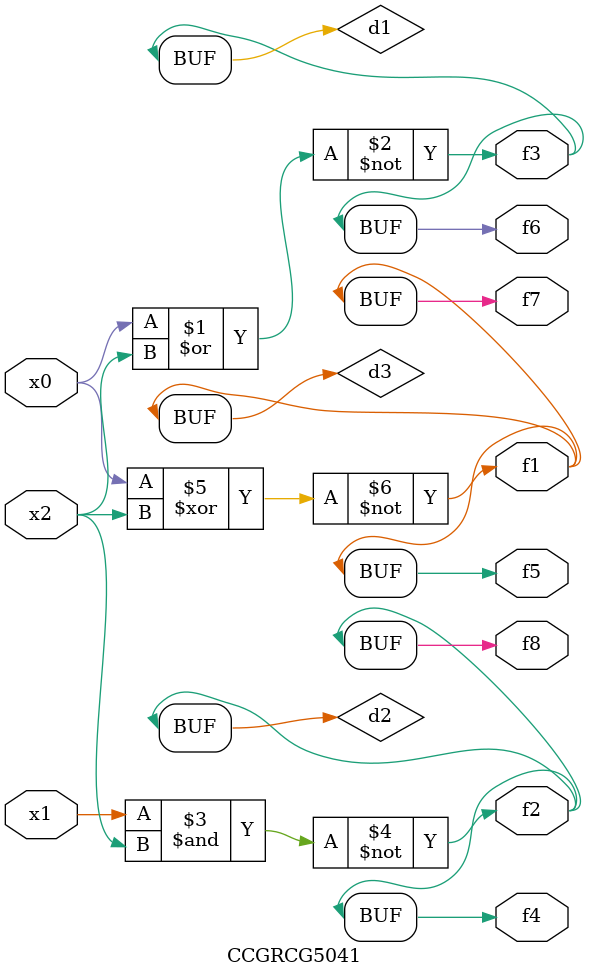
<source format=v>
module CCGRCG5041(
	input x0, x1, x2,
	output f1, f2, f3, f4, f5, f6, f7, f8
);

	wire d1, d2, d3;

	nor (d1, x0, x2);
	nand (d2, x1, x2);
	xnor (d3, x0, x2);
	assign f1 = d3;
	assign f2 = d2;
	assign f3 = d1;
	assign f4 = d2;
	assign f5 = d3;
	assign f6 = d1;
	assign f7 = d3;
	assign f8 = d2;
endmodule

</source>
